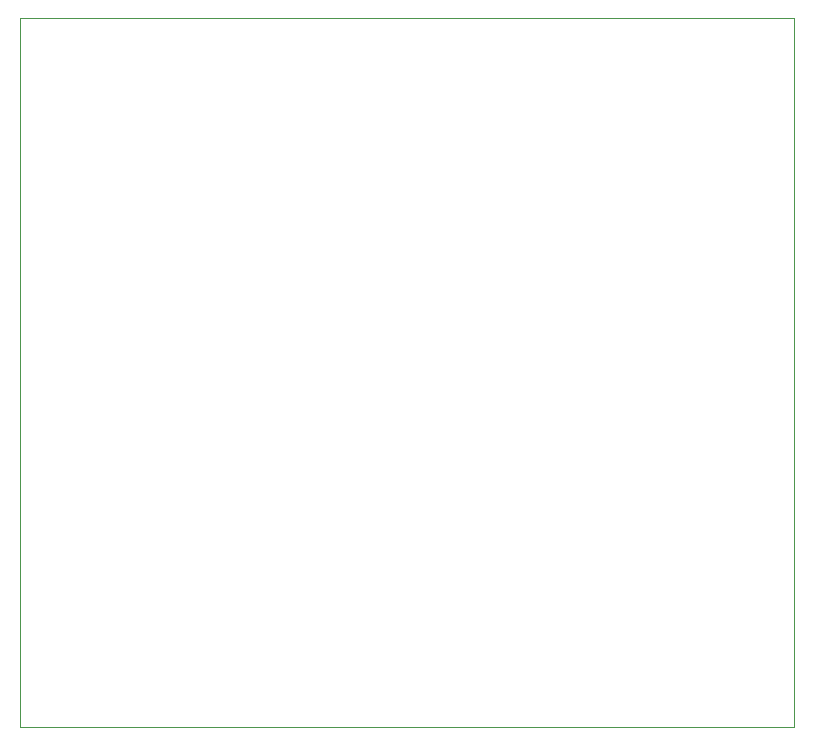
<source format=gbr>
%TF.GenerationSoftware,KiCad,Pcbnew,(5.1.9)-1*%
%TF.CreationDate,2021-02-05T08:09:49+01:00*%
%TF.ProjectId,Spotwelderix-controlboard,53706f74-7765-46c6-9465-7269782d636f,v01*%
%TF.SameCoordinates,Original*%
%TF.FileFunction,Profile,NP*%
%FSLAX46Y46*%
G04 Gerber Fmt 4.6, Leading zero omitted, Abs format (unit mm)*
G04 Created by KiCad (PCBNEW (5.1.9)-1) date 2021-02-05 08:09:49*
%MOMM*%
%LPD*%
G01*
G04 APERTURE LIST*
%TA.AperFunction,Profile*%
%ADD10C,0.050000*%
%TD*%
G04 APERTURE END LIST*
D10*
X20000000Y-20000000D02*
X20000000Y-80000000D01*
X85600000Y-20000000D02*
X20000000Y-20000000D01*
X85600000Y-80000000D02*
X85600000Y-20000000D01*
X20000000Y-80000000D02*
X85600000Y-80000000D01*
M02*

</source>
